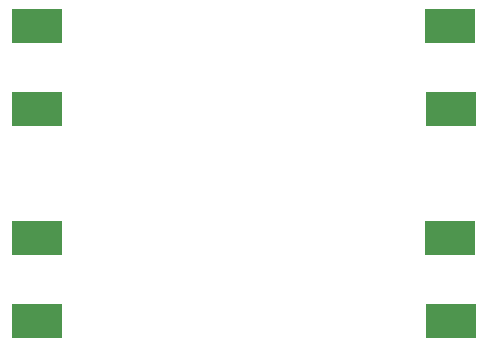
<source format=gbp>
%FSLAX25Y25*%
%MOIN*%
G70*
G01*
G75*
G04 Layer_Color=128*
%ADD10C,0.00800*%
%ADD11R,0.16500X0.07000*%
%ADD12R,0.16500X0.10500*%
%ADD13R,0.02362X0.01969*%
%ADD14R,0.01969X0.02362*%
%ADD15R,0.05512X0.04528*%
%ADD16C,0.01181*%
%ADD17R,0.03150X0.03150*%
%ADD18C,0.01000*%
%ADD19C,0.02000*%
%ADD20C,0.00500*%
%ADD21C,0.01500*%
%ADD22C,0.05906*%
%ADD23R,0.05906X0.05906*%
%ADD24C,0.15748*%
%ADD25C,0.02000*%
%ADD26C,0.01800*%
%ADD27C,0.01150*%
%ADD28C,0.02400*%
%ADD29C,0.04000*%
%ADD30C,0.04543*%
%ADD31C,0.02200*%
%ADD32C,0.09661*%
%ADD33R,0.17000X0.11500*%
%ADD34C,0.00787*%
%ADD35C,0.00394*%
%ADD36C,0.00600*%
%ADD37C,0.01063*%
%ADD38R,0.16900X0.07400*%
%ADD39R,0.16900X0.10900*%
%ADD40R,0.02762X0.02369*%
%ADD41R,0.02369X0.02762*%
%ADD42R,0.06312X0.05328*%
%ADD43C,0.00787*%
%ADD44R,0.03950X0.03950*%
%ADD45C,0.06706*%
%ADD46R,0.06706X0.06706*%
%ADD47C,0.14567*%
%ADD48C,0.02800*%
%ADD49C,0.02600*%
%ADD50C,0.01950*%
%ADD51C,0.03200*%
%ADD52R,0.17400X0.11900*%
D33*
X147538Y127814D02*
D03*
X147638Y100114D02*
D03*
X147538Y56948D02*
D03*
X147638Y29248D02*
D03*
X9943D02*
D03*
X9843Y56948D02*
D03*
X9943Y100114D02*
D03*
X9843Y127814D02*
D03*
M02*

</source>
